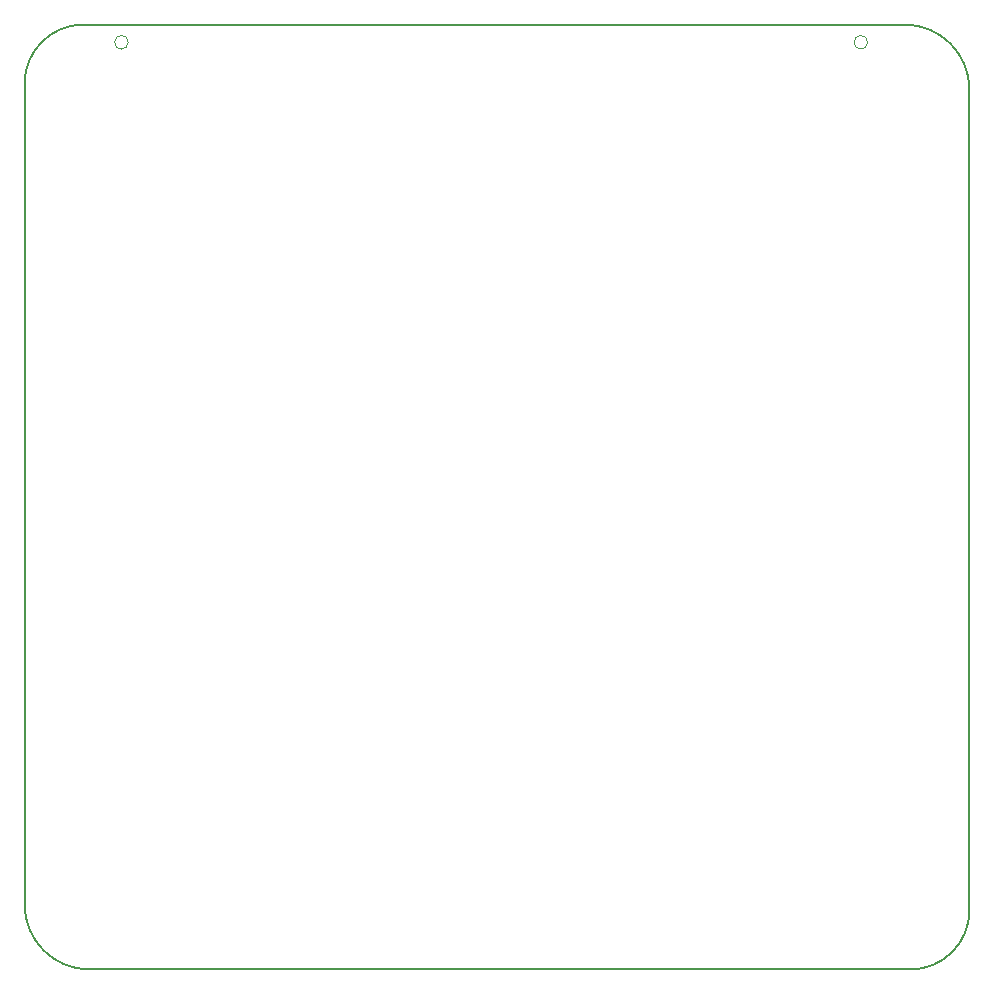
<source format=gbr>
G04 #@! TF.GenerationSoftware,KiCad,Pcbnew,(5.1.12-1-10_14)*
G04 #@! TF.CreationDate,2022-06-16T22:18:06-07:00*
G04 #@! TF.ProjectId,as3340,61733333-3430-42e6-9b69-6361645f7063,rev?*
G04 #@! TF.SameCoordinates,Original*
G04 #@! TF.FileFunction,Profile,NP*
%FSLAX46Y46*%
G04 Gerber Fmt 4.6, Leading zero omitted, Abs format (unit mm)*
G04 Created by KiCad (PCBNEW (5.1.12-1-10_14)) date 2022-06-16 22:18:06*
%MOMM*%
%LPD*%
G01*
G04 APERTURE LIST*
G04 #@! TA.AperFunction,Profile*
%ADD10C,0.050000*%
G04 #@! TD*
G04 #@! TA.AperFunction,Profile*
%ADD11C,0.150000*%
G04 #@! TD*
G04 APERTURE END LIST*
D10*
X138376000Y-27000000D02*
G75*
G03*
X138376000Y-27000000I-576000J0D01*
G01*
X75776000Y-27000000D02*
G75*
G03*
X75776000Y-27000000I-576000J0D01*
G01*
D11*
X147000000Y-100500000D02*
X147000000Y-31000000D01*
X67000000Y-30500000D02*
X67000000Y-100000000D01*
X142000000Y-105500000D02*
X72500000Y-105500000D01*
X72500000Y-105500000D02*
G75*
G02*
X67000000Y-100000000I0J5500000D01*
G01*
X147000000Y-100500000D02*
G75*
G02*
X142000000Y-105500000I-5000000J0D01*
G01*
X72000000Y-25500000D02*
X141500000Y-25500000D01*
X67000000Y-30500000D02*
G75*
G02*
X72000000Y-25500000I5000000J0D01*
G01*
X141500000Y-25500000D02*
G75*
G02*
X147000000Y-31000000I0J-5500000D01*
G01*
M02*

</source>
